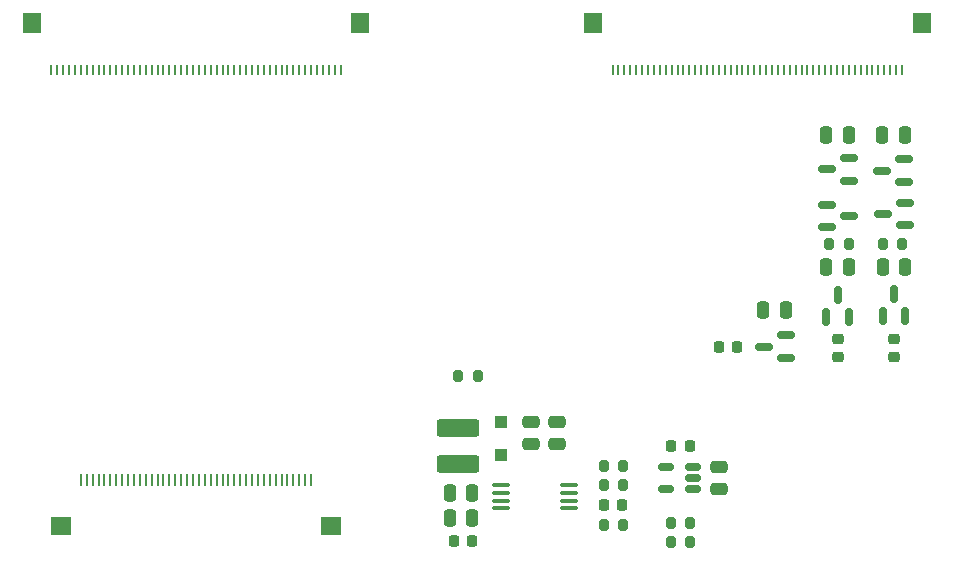
<source format=gtp>
%TF.GenerationSoftware,KiCad,Pcbnew,9.0.1*%
%TF.CreationDate,2025-04-23T14:31:23+07:00*%
%TF.ProjectId,LCD-50-bias-supply,4c43442d-3530-42d6-9269-61732d737570,rev?*%
%TF.SameCoordinates,Original*%
%TF.FileFunction,Paste,Top*%
%TF.FilePolarity,Positive*%
%FSLAX45Y45*%
G04 Gerber Fmt 4.5, Leading zero omitted, Abs format (unit mm)*
G04 Created by KiCad (PCBNEW 9.0.1) date 2025-04-23 14:31:23*
%MOMM*%
%LPD*%
G01*
G04 APERTURE LIST*
G04 Aperture macros list*
%AMRoundRect*
0 Rectangle with rounded corners*
0 $1 Rounding radius*
0 $2 $3 $4 $5 $6 $7 $8 $9 X,Y pos of 4 corners*
0 Add a 4 corners polygon primitive as box body*
4,1,4,$2,$3,$4,$5,$6,$7,$8,$9,$2,$3,0*
0 Add four circle primitives for the rounded corners*
1,1,$1+$1,$2,$3*
1,1,$1+$1,$4,$5*
1,1,$1+$1,$6,$7*
1,1,$1+$1,$8,$9*
0 Add four rect primitives between the rounded corners*
20,1,$1+$1,$2,$3,$4,$5,0*
20,1,$1+$1,$4,$5,$6,$7,0*
20,1,$1+$1,$6,$7,$8,$9,0*
20,1,$1+$1,$8,$9,$2,$3,0*%
G04 Aperture macros list end*
%ADD10RoundRect,0.150000X-0.587500X-0.150000X0.587500X-0.150000X0.587500X0.150000X-0.587500X0.150000X0*%
%ADD11RoundRect,0.150000X0.587500X0.150000X-0.587500X0.150000X-0.587500X-0.150000X0.587500X-0.150000X0*%
%ADD12RoundRect,0.250000X-0.300000X0.300000X-0.300000X-0.300000X0.300000X-0.300000X0.300000X0.300000X0*%
%ADD13R,0.254000X0.812800*%
%ADD14R,1.524000X1.701800*%
%ADD15R,0.250000X1.100000*%
%ADD16R,1.700000X1.500000*%
%ADD17RoundRect,0.250000X-0.475000X0.250000X-0.475000X-0.250000X0.475000X-0.250000X0.475000X0.250000X0*%
%ADD18RoundRect,0.225000X0.250000X-0.225000X0.250000X0.225000X-0.250000X0.225000X-0.250000X-0.225000X0*%
%ADD19RoundRect,0.200000X-0.200000X-0.275000X0.200000X-0.275000X0.200000X0.275000X-0.200000X0.275000X0*%
%ADD20RoundRect,0.150000X0.512500X0.150000X-0.512500X0.150000X-0.512500X-0.150000X0.512500X-0.150000X0*%
%ADD21RoundRect,0.150000X0.150000X-0.587500X0.150000X0.587500X-0.150000X0.587500X-0.150000X-0.587500X0*%
%ADD22RoundRect,0.225000X-0.225000X-0.250000X0.225000X-0.250000X0.225000X0.250000X-0.225000X0.250000X0*%
%ADD23RoundRect,0.250001X1.549999X-0.499999X1.549999X0.499999X-1.549999X0.499999X-1.549999X-0.499999X0*%
%ADD24RoundRect,0.100000X0.637500X0.100000X-0.637500X0.100000X-0.637500X-0.100000X0.637500X-0.100000X0*%
%ADD25RoundRect,0.200000X0.200000X0.275000X-0.200000X0.275000X-0.200000X-0.275000X0.200000X-0.275000X0*%
%ADD26RoundRect,0.250000X0.250000X0.475000X-0.250000X0.475000X-0.250000X-0.475000X0.250000X-0.475000X0*%
%ADD27RoundRect,0.250000X0.475000X-0.250000X0.475000X0.250000X-0.475000X0.250000X-0.475000X-0.250000X0*%
%ADD28RoundRect,0.250000X-0.250000X-0.475000X0.250000X-0.475000X0.250000X0.475000X-0.250000X0.475000X0*%
%ADD29RoundRect,0.225000X0.225000X0.250000X-0.225000X0.250000X-0.225000X-0.250000X0.225000X-0.250000X0*%
%ADD30RoundRect,0.225000X-0.250000X0.225000X-0.250000X-0.225000X0.250000X-0.225000X0.250000X0.225000X0*%
G04 APERTURE END LIST*
D10*
%TO.C,D13*%
X17002020Y-9425660D03*
X17002020Y-9615660D03*
X17189520Y-9520660D03*
%TD*%
D11*
%TO.C,D12*%
X17662700Y-9598160D03*
X17662700Y-9408160D03*
X17475200Y-9503160D03*
%TD*%
D12*
%TO.C,D3*%
X14248170Y-11260450D03*
X14248170Y-11540450D03*
%TD*%
D13*
%TO.C,J3*%
X17639520Y-8286930D03*
X17589520Y-8286930D03*
X17539520Y-8286930D03*
X17489520Y-8286930D03*
X17439520Y-8286930D03*
X17389520Y-8286930D03*
X17339520Y-8286930D03*
X17289520Y-8286930D03*
X17239520Y-8286930D03*
X17189520Y-8286930D03*
X17139520Y-8286930D03*
X17089520Y-8286930D03*
X17039520Y-8286930D03*
X16989520Y-8286930D03*
X16939520Y-8286930D03*
X16889520Y-8286930D03*
X16839520Y-8286930D03*
X16789520Y-8286930D03*
X16739520Y-8286930D03*
X16689520Y-8286930D03*
X16639520Y-8286930D03*
X16589520Y-8286930D03*
X16539520Y-8286930D03*
X16489520Y-8286930D03*
X16439520Y-8286930D03*
X16389520Y-8286930D03*
X16339520Y-8286930D03*
X16289520Y-8286930D03*
X16239520Y-8286930D03*
X16189520Y-8286930D03*
X16139520Y-8286930D03*
X16089520Y-8286930D03*
X16039520Y-8286930D03*
X15989520Y-8286930D03*
X15939520Y-8286930D03*
X15889520Y-8286930D03*
X15839520Y-8286930D03*
X15789520Y-8286930D03*
X15739520Y-8286930D03*
X15689520Y-8286930D03*
X15639520Y-8286930D03*
X15589520Y-8286930D03*
X15539520Y-8286930D03*
X15489520Y-8286930D03*
X15439520Y-8286930D03*
X15389520Y-8286930D03*
X15339520Y-8286930D03*
X15289520Y-8286930D03*
X15239520Y-8286930D03*
X15189520Y-8286930D03*
D14*
X15023870Y-7885610D03*
X17805170Y-7885610D03*
%TD*%
D13*
%TO.C,J2*%
X12887180Y-8286930D03*
X12837180Y-8286930D03*
X12787180Y-8286930D03*
X12737180Y-8286930D03*
X12687180Y-8286930D03*
X12637180Y-8286930D03*
X12587180Y-8286930D03*
X12537180Y-8286930D03*
X12487180Y-8286930D03*
X12437180Y-8286930D03*
X12387180Y-8286930D03*
X12337180Y-8286930D03*
X12287180Y-8286930D03*
X12237180Y-8286930D03*
X12187180Y-8286930D03*
X12137180Y-8286930D03*
X12087180Y-8286930D03*
X12037180Y-8286930D03*
X11987180Y-8286930D03*
X11937180Y-8286930D03*
X11887180Y-8286930D03*
X11837180Y-8286930D03*
X11787180Y-8286930D03*
X11737180Y-8286930D03*
X11687180Y-8286930D03*
X11637180Y-8286930D03*
X11587180Y-8286930D03*
X11537180Y-8286930D03*
X11487180Y-8286930D03*
X11437180Y-8286930D03*
X11387180Y-8286930D03*
X11337180Y-8286930D03*
X11287180Y-8286930D03*
X11237180Y-8286930D03*
X11187180Y-8286930D03*
X11137180Y-8286930D03*
X11087180Y-8286930D03*
X11037180Y-8286930D03*
X10987180Y-8286930D03*
X10937180Y-8286930D03*
X10887180Y-8286930D03*
X10837180Y-8286930D03*
X10787180Y-8286930D03*
X10737180Y-8286930D03*
X10687180Y-8286930D03*
X10637180Y-8286930D03*
X10587180Y-8286930D03*
X10537180Y-8286930D03*
X10487180Y-8286930D03*
X10437180Y-8286930D03*
D14*
X10271530Y-7885610D03*
X13052830Y-7885610D03*
%TD*%
D15*
%TO.C,J1*%
X10687180Y-11758400D03*
X10737180Y-11758400D03*
X10787180Y-11758400D03*
X10837180Y-11758400D03*
X10887180Y-11758400D03*
X10937180Y-11758400D03*
X10987180Y-11758400D03*
X11037180Y-11758400D03*
X11087180Y-11758400D03*
X11137180Y-11758400D03*
X11187180Y-11758400D03*
X11237180Y-11758400D03*
X11287180Y-11758400D03*
X11337180Y-11758400D03*
X11387180Y-11758400D03*
X11437180Y-11758400D03*
X11487180Y-11758400D03*
X11537180Y-11758400D03*
X11587180Y-11758400D03*
X11637180Y-11758400D03*
X11687180Y-11758400D03*
X11737180Y-11758400D03*
X11787180Y-11758400D03*
X11837180Y-11758400D03*
X11887180Y-11758400D03*
X11937180Y-11758400D03*
X11987180Y-11758400D03*
X12037180Y-11758400D03*
X12087180Y-11758400D03*
X12137180Y-11758400D03*
X12187180Y-11758400D03*
X12237180Y-11758400D03*
X12287180Y-11758400D03*
X12337180Y-11758400D03*
X12387180Y-11758400D03*
X12437180Y-11758400D03*
X12487180Y-11758400D03*
X12537180Y-11758400D03*
X12587180Y-11758400D03*
X12637180Y-11758400D03*
D16*
X10522180Y-12148400D03*
X12802180Y-12148400D03*
%TD*%
D17*
%TO.C,C10*%
X14497090Y-11260450D03*
X14497090Y-11450450D03*
%TD*%
D18*
%TO.C,C8*%
X17094520Y-10715020D03*
X17094520Y-10560020D03*
%TD*%
D19*
%TO.C,R3*%
X15113090Y-12131570D03*
X15278090Y-12131570D03*
%TD*%
D20*
%TO.C,U2*%
X15872450Y-11831210D03*
X15872450Y-11736210D03*
X15872450Y-11641210D03*
X15644950Y-11641210D03*
X15644950Y-11831210D03*
%TD*%
D21*
%TO.C,D4*%
X16999520Y-10373130D03*
X17189520Y-10373130D03*
X17094520Y-10185630D03*
%TD*%
D17*
%TO.C,C13*%
X14718070Y-11260450D03*
X14718070Y-11450450D03*
%TD*%
D19*
%TO.C,R5*%
X15113090Y-11799677D03*
X15278090Y-11799677D03*
%TD*%
D11*
%TO.C,D5*%
X16655800Y-10721230D03*
X16655800Y-10531230D03*
X16468300Y-10626230D03*
%TD*%
%TO.C,Q1*%
X17660620Y-9229860D03*
X17660620Y-9039860D03*
X17473120Y-9134860D03*
%TD*%
D19*
%TO.C,R4*%
X15113090Y-11633730D03*
X15278090Y-11633730D03*
%TD*%
%TO.C,R2*%
X13881640Y-10876280D03*
X14046640Y-10876280D03*
%TD*%
D22*
%TO.C,C5*%
X13847810Y-12267170D03*
X14002810Y-12267170D03*
%TD*%
D23*
%TO.C,L1*%
X13881640Y-11617030D03*
X13881640Y-11312030D03*
%TD*%
D24*
%TO.C,U1*%
X14820670Y-11993830D03*
X14820670Y-11928830D03*
X14820670Y-11863830D03*
X14820670Y-11798830D03*
X14248170Y-11798830D03*
X14248170Y-11863830D03*
X14248170Y-11928830D03*
X14248170Y-11993830D03*
%TD*%
D25*
%TO.C,R8*%
X15846280Y-12279770D03*
X15681280Y-12279770D03*
%TD*%
D22*
%TO.C,C9*%
X16089600Y-10626230D03*
X16244600Y-10626230D03*
%TD*%
D21*
%TO.C,D2*%
X17475200Y-10370360D03*
X17665200Y-10370360D03*
X17570200Y-10182860D03*
%TD*%
D26*
%TO.C,C2*%
X14002810Y-11863830D03*
X13812810Y-11863830D03*
%TD*%
D27*
%TO.C,C16*%
X16091440Y-11831210D03*
X16091440Y-11641210D03*
%TD*%
D28*
%TO.C,C1*%
X17473120Y-8836160D03*
X17663120Y-8836160D03*
%TD*%
D25*
%TO.C,R1*%
X17640200Y-9753600D03*
X17475200Y-9753600D03*
%TD*%
D26*
%TO.C,C12*%
X16655800Y-10314940D03*
X16465800Y-10314940D03*
%TD*%
D29*
%TO.C,C7*%
X15273090Y-11965623D03*
X15118090Y-11965623D03*
%TD*%
D26*
%TO.C,C14*%
X16999200Y-8834120D03*
X17189200Y-8834120D03*
%TD*%
%TO.C,C3*%
X14002810Y-12079210D03*
X13812810Y-12079210D03*
%TD*%
D25*
%TO.C,R7*%
X15846280Y-12120880D03*
X15681280Y-12120880D03*
%TD*%
%TO.C,R6*%
X17189520Y-9756140D03*
X17024520Y-9756140D03*
%TD*%
D30*
%TO.C,C6*%
X17570200Y-10560020D03*
X17570200Y-10715020D03*
%TD*%
D22*
%TO.C,C15*%
X15686280Y-11465560D03*
X15841280Y-11465560D03*
%TD*%
D28*
%TO.C,C4*%
X17475200Y-9949180D03*
X17665200Y-9949180D03*
%TD*%
D11*
%TO.C,Q2*%
X17189200Y-9220090D03*
X17189200Y-9030090D03*
X17001700Y-9125090D03*
%TD*%
D26*
%TO.C,C11*%
X17189520Y-9951720D03*
X16999520Y-9951720D03*
%TD*%
M02*

</source>
